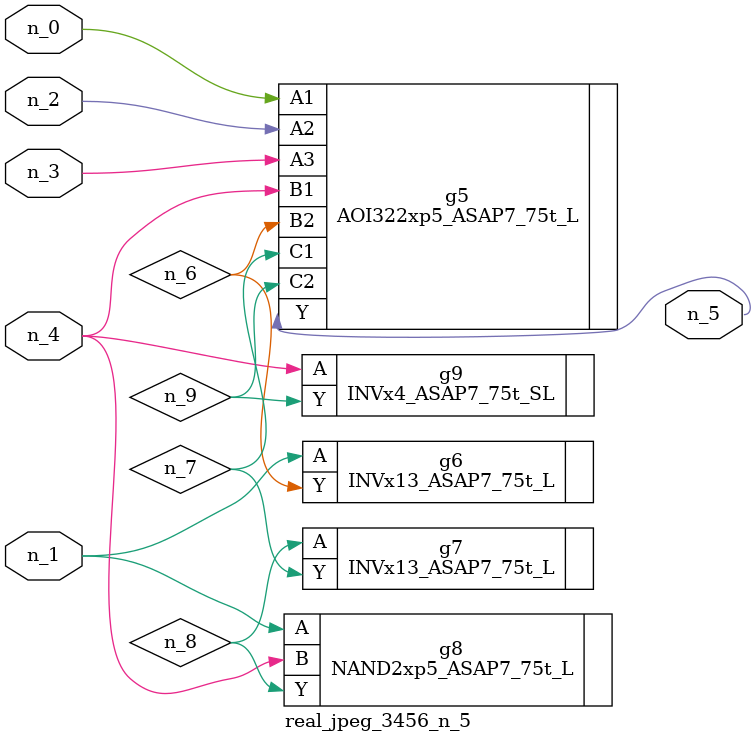
<source format=v>
module real_jpeg_3456_n_5 (n_4, n_0, n_1, n_2, n_3, n_5);

input n_4;
input n_0;
input n_1;
input n_2;
input n_3;

output n_5;

wire n_8;
wire n_6;
wire n_7;
wire n_9;

AOI322xp5_ASAP7_75t_L g5 ( 
.A1(n_0),
.A2(n_2),
.A3(n_3),
.B1(n_4),
.B2(n_6),
.C1(n_7),
.C2(n_9),
.Y(n_5)
);

INVx13_ASAP7_75t_L g6 ( 
.A(n_1),
.Y(n_6)
);

NAND2xp5_ASAP7_75t_L g8 ( 
.A(n_1),
.B(n_4),
.Y(n_8)
);

INVx4_ASAP7_75t_SL g9 ( 
.A(n_4),
.Y(n_9)
);

INVx13_ASAP7_75t_L g7 ( 
.A(n_8),
.Y(n_7)
);


endmodule
</source>
